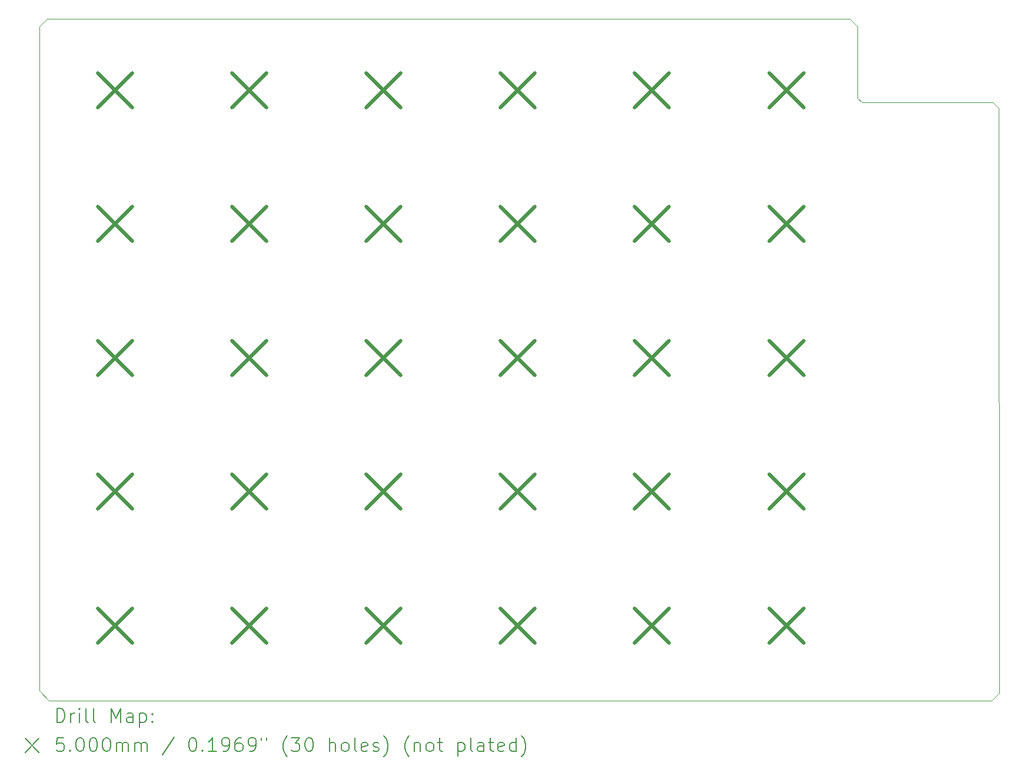
<source format=gbr>
%TF.GenerationSoftware,KiCad,Pcbnew,(6.0.8)*%
%TF.CreationDate,2023-02-14T18:00:57+07:00*%
%TF.ProjectId,dongle_256o,646f6e67-6c65-45f3-9235-366f2e6b6963,rev?*%
%TF.SameCoordinates,Original*%
%TF.FileFunction,Drillmap*%
%TF.FilePolarity,Positive*%
%FSLAX45Y45*%
G04 Gerber Fmt 4.5, Leading zero omitted, Abs format (unit mm)*
G04 Created by KiCad (PCBNEW (6.0.8)) date 2023-02-14 18:00:57*
%MOMM*%
%LPD*%
G01*
G04 APERTURE LIST*
%ADD10C,0.100000*%
%ADD11C,0.200000*%
%ADD12C,0.500000*%
G04 APERTURE END LIST*
D10*
X16510000Y-5295000D02*
X16595000Y-5380000D01*
X14451000Y-4092000D02*
X14562000Y-4203000D01*
X2791000Y-4201000D02*
X2796000Y-13763000D01*
X14562000Y-4203000D02*
X14562000Y-5232000D01*
X16600000Y-13790000D02*
X16491000Y-13899000D01*
X2932000Y-13899000D02*
X16491000Y-13899000D01*
X2796000Y-13763000D02*
X2932000Y-13899000D01*
X16595000Y-5380000D02*
X16600000Y-13790000D01*
X2900000Y-4092000D02*
X2791000Y-4201000D01*
X2900000Y-4092000D02*
X14451000Y-4092000D01*
X14625000Y-5295000D02*
X16510000Y-5295000D01*
X14562000Y-5232000D02*
X14625000Y-5295000D01*
D11*
D12*
X3627000Y-4865725D02*
X4127000Y-5365725D01*
X4127000Y-4865725D02*
X3627000Y-5365725D01*
X3627000Y-6792300D02*
X4127000Y-7292300D01*
X4127000Y-6792300D02*
X3627000Y-7292300D01*
X3627000Y-8718875D02*
X4127000Y-9218875D01*
X4127000Y-8718875D02*
X3627000Y-9218875D01*
X3627000Y-10645450D02*
X4127000Y-11145450D01*
X4127000Y-10645450D02*
X3627000Y-11145450D01*
X3627000Y-12572025D02*
X4127000Y-13072025D01*
X4127000Y-12572025D02*
X3627000Y-13072025D01*
X5559000Y-4865725D02*
X6059000Y-5365725D01*
X6059000Y-4865725D02*
X5559000Y-5365725D01*
X5559000Y-6792300D02*
X6059000Y-7292300D01*
X6059000Y-6792300D02*
X5559000Y-7292300D01*
X5559000Y-8718875D02*
X6059000Y-9218875D01*
X6059000Y-8718875D02*
X5559000Y-9218875D01*
X5559000Y-10645450D02*
X6059000Y-11145450D01*
X6059000Y-10645450D02*
X5559000Y-11145450D01*
X5559000Y-12572025D02*
X6059000Y-13072025D01*
X6059000Y-12572025D02*
X5559000Y-13072025D01*
X7491000Y-4865725D02*
X7991000Y-5365725D01*
X7991000Y-4865725D02*
X7491000Y-5365725D01*
X7491000Y-6792300D02*
X7991000Y-7292300D01*
X7991000Y-6792300D02*
X7491000Y-7292300D01*
X7491000Y-8718875D02*
X7991000Y-9218875D01*
X7991000Y-8718875D02*
X7491000Y-9218875D01*
X7491000Y-10645450D02*
X7991000Y-11145450D01*
X7991000Y-10645450D02*
X7491000Y-11145450D01*
X7491000Y-12572025D02*
X7991000Y-13072025D01*
X7991000Y-12572025D02*
X7491000Y-13072025D01*
X9423000Y-4865725D02*
X9923000Y-5365725D01*
X9923000Y-4865725D02*
X9423000Y-5365725D01*
X9423000Y-6792300D02*
X9923000Y-7292300D01*
X9923000Y-6792300D02*
X9423000Y-7292300D01*
X9423000Y-8718875D02*
X9923000Y-9218875D01*
X9923000Y-8718875D02*
X9423000Y-9218875D01*
X9423000Y-10645450D02*
X9923000Y-11145450D01*
X9923000Y-10645450D02*
X9423000Y-11145450D01*
X9423000Y-12572025D02*
X9923000Y-13072025D01*
X9923000Y-12572025D02*
X9423000Y-13072025D01*
X11355000Y-4865725D02*
X11855000Y-5365725D01*
X11855000Y-4865725D02*
X11355000Y-5365725D01*
X11355000Y-6792300D02*
X11855000Y-7292300D01*
X11855000Y-6792300D02*
X11355000Y-7292300D01*
X11355000Y-8718875D02*
X11855000Y-9218875D01*
X11855000Y-8718875D02*
X11355000Y-9218875D01*
X11355000Y-10645450D02*
X11855000Y-11145450D01*
X11855000Y-10645450D02*
X11355000Y-11145450D01*
X11355000Y-12572025D02*
X11855000Y-13072025D01*
X11855000Y-12572025D02*
X11355000Y-13072025D01*
X13287000Y-4865725D02*
X13787000Y-5365725D01*
X13787000Y-4865725D02*
X13287000Y-5365725D01*
X13287000Y-6792300D02*
X13787000Y-7292300D01*
X13787000Y-6792300D02*
X13287000Y-7292300D01*
X13287000Y-8718875D02*
X13787000Y-9218875D01*
X13787000Y-8718875D02*
X13287000Y-9218875D01*
X13287000Y-10645450D02*
X13787000Y-11145450D01*
X13787000Y-10645450D02*
X13287000Y-11145450D01*
X13287000Y-12572025D02*
X13787000Y-13072025D01*
X13787000Y-12572025D02*
X13287000Y-13072025D01*
D11*
X3043619Y-14214476D02*
X3043619Y-14014476D01*
X3091238Y-14014476D01*
X3119809Y-14024000D01*
X3138857Y-14043048D01*
X3148381Y-14062095D01*
X3157905Y-14100190D01*
X3157905Y-14128762D01*
X3148381Y-14166857D01*
X3138857Y-14185905D01*
X3119809Y-14204952D01*
X3091238Y-14214476D01*
X3043619Y-14214476D01*
X3243619Y-14214476D02*
X3243619Y-14081143D01*
X3243619Y-14119238D02*
X3253143Y-14100190D01*
X3262667Y-14090667D01*
X3281714Y-14081143D01*
X3300762Y-14081143D01*
X3367428Y-14214476D02*
X3367428Y-14081143D01*
X3367428Y-14014476D02*
X3357905Y-14024000D01*
X3367428Y-14033524D01*
X3376952Y-14024000D01*
X3367428Y-14014476D01*
X3367428Y-14033524D01*
X3491238Y-14214476D02*
X3472190Y-14204952D01*
X3462667Y-14185905D01*
X3462667Y-14014476D01*
X3596000Y-14214476D02*
X3576952Y-14204952D01*
X3567428Y-14185905D01*
X3567428Y-14014476D01*
X3824571Y-14214476D02*
X3824571Y-14014476D01*
X3891238Y-14157333D01*
X3957905Y-14014476D01*
X3957905Y-14214476D01*
X4138857Y-14214476D02*
X4138857Y-14109714D01*
X4129333Y-14090667D01*
X4110286Y-14081143D01*
X4072190Y-14081143D01*
X4053143Y-14090667D01*
X4138857Y-14204952D02*
X4119809Y-14214476D01*
X4072190Y-14214476D01*
X4053143Y-14204952D01*
X4043619Y-14185905D01*
X4043619Y-14166857D01*
X4053143Y-14147809D01*
X4072190Y-14138286D01*
X4119809Y-14138286D01*
X4138857Y-14128762D01*
X4234095Y-14081143D02*
X4234095Y-14281143D01*
X4234095Y-14090667D02*
X4253143Y-14081143D01*
X4291238Y-14081143D01*
X4310286Y-14090667D01*
X4319810Y-14100190D01*
X4329333Y-14119238D01*
X4329333Y-14176381D01*
X4319810Y-14195428D01*
X4310286Y-14204952D01*
X4291238Y-14214476D01*
X4253143Y-14214476D01*
X4234095Y-14204952D01*
X4415048Y-14195428D02*
X4424571Y-14204952D01*
X4415048Y-14214476D01*
X4405524Y-14204952D01*
X4415048Y-14195428D01*
X4415048Y-14214476D01*
X4415048Y-14090667D02*
X4424571Y-14100190D01*
X4415048Y-14109714D01*
X4405524Y-14100190D01*
X4415048Y-14090667D01*
X4415048Y-14109714D01*
X2586000Y-14444000D02*
X2786000Y-14644000D01*
X2786000Y-14444000D02*
X2586000Y-14644000D01*
X3138857Y-14434476D02*
X3043619Y-14434476D01*
X3034095Y-14529714D01*
X3043619Y-14520190D01*
X3062667Y-14510667D01*
X3110286Y-14510667D01*
X3129333Y-14520190D01*
X3138857Y-14529714D01*
X3148381Y-14548762D01*
X3148381Y-14596381D01*
X3138857Y-14615428D01*
X3129333Y-14624952D01*
X3110286Y-14634476D01*
X3062667Y-14634476D01*
X3043619Y-14624952D01*
X3034095Y-14615428D01*
X3234095Y-14615428D02*
X3243619Y-14624952D01*
X3234095Y-14634476D01*
X3224571Y-14624952D01*
X3234095Y-14615428D01*
X3234095Y-14634476D01*
X3367428Y-14434476D02*
X3386476Y-14434476D01*
X3405524Y-14444000D01*
X3415048Y-14453524D01*
X3424571Y-14472571D01*
X3434095Y-14510667D01*
X3434095Y-14558286D01*
X3424571Y-14596381D01*
X3415048Y-14615428D01*
X3405524Y-14624952D01*
X3386476Y-14634476D01*
X3367428Y-14634476D01*
X3348381Y-14624952D01*
X3338857Y-14615428D01*
X3329333Y-14596381D01*
X3319809Y-14558286D01*
X3319809Y-14510667D01*
X3329333Y-14472571D01*
X3338857Y-14453524D01*
X3348381Y-14444000D01*
X3367428Y-14434476D01*
X3557905Y-14434476D02*
X3576952Y-14434476D01*
X3596000Y-14444000D01*
X3605524Y-14453524D01*
X3615048Y-14472571D01*
X3624571Y-14510667D01*
X3624571Y-14558286D01*
X3615048Y-14596381D01*
X3605524Y-14615428D01*
X3596000Y-14624952D01*
X3576952Y-14634476D01*
X3557905Y-14634476D01*
X3538857Y-14624952D01*
X3529333Y-14615428D01*
X3519809Y-14596381D01*
X3510286Y-14558286D01*
X3510286Y-14510667D01*
X3519809Y-14472571D01*
X3529333Y-14453524D01*
X3538857Y-14444000D01*
X3557905Y-14434476D01*
X3748381Y-14434476D02*
X3767428Y-14434476D01*
X3786476Y-14444000D01*
X3796000Y-14453524D01*
X3805524Y-14472571D01*
X3815048Y-14510667D01*
X3815048Y-14558286D01*
X3805524Y-14596381D01*
X3796000Y-14615428D01*
X3786476Y-14624952D01*
X3767428Y-14634476D01*
X3748381Y-14634476D01*
X3729333Y-14624952D01*
X3719809Y-14615428D01*
X3710286Y-14596381D01*
X3700762Y-14558286D01*
X3700762Y-14510667D01*
X3710286Y-14472571D01*
X3719809Y-14453524D01*
X3729333Y-14444000D01*
X3748381Y-14434476D01*
X3900762Y-14634476D02*
X3900762Y-14501143D01*
X3900762Y-14520190D02*
X3910286Y-14510667D01*
X3929333Y-14501143D01*
X3957905Y-14501143D01*
X3976952Y-14510667D01*
X3986476Y-14529714D01*
X3986476Y-14634476D01*
X3986476Y-14529714D02*
X3996000Y-14510667D01*
X4015048Y-14501143D01*
X4043619Y-14501143D01*
X4062667Y-14510667D01*
X4072190Y-14529714D01*
X4072190Y-14634476D01*
X4167428Y-14634476D02*
X4167428Y-14501143D01*
X4167428Y-14520190D02*
X4176952Y-14510667D01*
X4196000Y-14501143D01*
X4224571Y-14501143D01*
X4243619Y-14510667D01*
X4253143Y-14529714D01*
X4253143Y-14634476D01*
X4253143Y-14529714D02*
X4262667Y-14510667D01*
X4281714Y-14501143D01*
X4310286Y-14501143D01*
X4329333Y-14510667D01*
X4338857Y-14529714D01*
X4338857Y-14634476D01*
X4729333Y-14424952D02*
X4557905Y-14682095D01*
X4986476Y-14434476D02*
X5005524Y-14434476D01*
X5024571Y-14444000D01*
X5034095Y-14453524D01*
X5043619Y-14472571D01*
X5053143Y-14510667D01*
X5053143Y-14558286D01*
X5043619Y-14596381D01*
X5034095Y-14615428D01*
X5024571Y-14624952D01*
X5005524Y-14634476D01*
X4986476Y-14634476D01*
X4967429Y-14624952D01*
X4957905Y-14615428D01*
X4948381Y-14596381D01*
X4938857Y-14558286D01*
X4938857Y-14510667D01*
X4948381Y-14472571D01*
X4957905Y-14453524D01*
X4967429Y-14444000D01*
X4986476Y-14434476D01*
X5138857Y-14615428D02*
X5148381Y-14624952D01*
X5138857Y-14634476D01*
X5129333Y-14624952D01*
X5138857Y-14615428D01*
X5138857Y-14634476D01*
X5338857Y-14634476D02*
X5224571Y-14634476D01*
X5281714Y-14634476D02*
X5281714Y-14434476D01*
X5262667Y-14463048D01*
X5243619Y-14482095D01*
X5224571Y-14491619D01*
X5434095Y-14634476D02*
X5472190Y-14634476D01*
X5491238Y-14624952D01*
X5500762Y-14615428D01*
X5519810Y-14586857D01*
X5529333Y-14548762D01*
X5529333Y-14472571D01*
X5519810Y-14453524D01*
X5510286Y-14444000D01*
X5491238Y-14434476D01*
X5453143Y-14434476D01*
X5434095Y-14444000D01*
X5424571Y-14453524D01*
X5415048Y-14472571D01*
X5415048Y-14520190D01*
X5424571Y-14539238D01*
X5434095Y-14548762D01*
X5453143Y-14558286D01*
X5491238Y-14558286D01*
X5510286Y-14548762D01*
X5519810Y-14539238D01*
X5529333Y-14520190D01*
X5700762Y-14434476D02*
X5662667Y-14434476D01*
X5643619Y-14444000D01*
X5634095Y-14453524D01*
X5615048Y-14482095D01*
X5605524Y-14520190D01*
X5605524Y-14596381D01*
X5615048Y-14615428D01*
X5624571Y-14624952D01*
X5643619Y-14634476D01*
X5681714Y-14634476D01*
X5700762Y-14624952D01*
X5710286Y-14615428D01*
X5719809Y-14596381D01*
X5719809Y-14548762D01*
X5710286Y-14529714D01*
X5700762Y-14520190D01*
X5681714Y-14510667D01*
X5643619Y-14510667D01*
X5624571Y-14520190D01*
X5615048Y-14529714D01*
X5605524Y-14548762D01*
X5815048Y-14634476D02*
X5853143Y-14634476D01*
X5872190Y-14624952D01*
X5881714Y-14615428D01*
X5900762Y-14586857D01*
X5910286Y-14548762D01*
X5910286Y-14472571D01*
X5900762Y-14453524D01*
X5891238Y-14444000D01*
X5872190Y-14434476D01*
X5834095Y-14434476D01*
X5815048Y-14444000D01*
X5805524Y-14453524D01*
X5796000Y-14472571D01*
X5796000Y-14520190D01*
X5805524Y-14539238D01*
X5815048Y-14548762D01*
X5834095Y-14558286D01*
X5872190Y-14558286D01*
X5891238Y-14548762D01*
X5900762Y-14539238D01*
X5910286Y-14520190D01*
X5986476Y-14434476D02*
X5986476Y-14472571D01*
X6062667Y-14434476D02*
X6062667Y-14472571D01*
X6357905Y-14710667D02*
X6348381Y-14701143D01*
X6329333Y-14672571D01*
X6319809Y-14653524D01*
X6310286Y-14624952D01*
X6300762Y-14577333D01*
X6300762Y-14539238D01*
X6310286Y-14491619D01*
X6319809Y-14463048D01*
X6329333Y-14444000D01*
X6348381Y-14415428D01*
X6357905Y-14405905D01*
X6415048Y-14434476D02*
X6538857Y-14434476D01*
X6472190Y-14510667D01*
X6500762Y-14510667D01*
X6519809Y-14520190D01*
X6529333Y-14529714D01*
X6538857Y-14548762D01*
X6538857Y-14596381D01*
X6529333Y-14615428D01*
X6519809Y-14624952D01*
X6500762Y-14634476D01*
X6443619Y-14634476D01*
X6424571Y-14624952D01*
X6415048Y-14615428D01*
X6662667Y-14434476D02*
X6681714Y-14434476D01*
X6700762Y-14444000D01*
X6710286Y-14453524D01*
X6719809Y-14472571D01*
X6729333Y-14510667D01*
X6729333Y-14558286D01*
X6719809Y-14596381D01*
X6710286Y-14615428D01*
X6700762Y-14624952D01*
X6681714Y-14634476D01*
X6662667Y-14634476D01*
X6643619Y-14624952D01*
X6634095Y-14615428D01*
X6624571Y-14596381D01*
X6615048Y-14558286D01*
X6615048Y-14510667D01*
X6624571Y-14472571D01*
X6634095Y-14453524D01*
X6643619Y-14444000D01*
X6662667Y-14434476D01*
X6967428Y-14634476D02*
X6967428Y-14434476D01*
X7053143Y-14634476D02*
X7053143Y-14529714D01*
X7043619Y-14510667D01*
X7024571Y-14501143D01*
X6996000Y-14501143D01*
X6976952Y-14510667D01*
X6967428Y-14520190D01*
X7176952Y-14634476D02*
X7157905Y-14624952D01*
X7148381Y-14615428D01*
X7138857Y-14596381D01*
X7138857Y-14539238D01*
X7148381Y-14520190D01*
X7157905Y-14510667D01*
X7176952Y-14501143D01*
X7205524Y-14501143D01*
X7224571Y-14510667D01*
X7234095Y-14520190D01*
X7243619Y-14539238D01*
X7243619Y-14596381D01*
X7234095Y-14615428D01*
X7224571Y-14624952D01*
X7205524Y-14634476D01*
X7176952Y-14634476D01*
X7357905Y-14634476D02*
X7338857Y-14624952D01*
X7329333Y-14605905D01*
X7329333Y-14434476D01*
X7510286Y-14624952D02*
X7491238Y-14634476D01*
X7453143Y-14634476D01*
X7434095Y-14624952D01*
X7424571Y-14605905D01*
X7424571Y-14529714D01*
X7434095Y-14510667D01*
X7453143Y-14501143D01*
X7491238Y-14501143D01*
X7510286Y-14510667D01*
X7519809Y-14529714D01*
X7519809Y-14548762D01*
X7424571Y-14567809D01*
X7596000Y-14624952D02*
X7615048Y-14634476D01*
X7653143Y-14634476D01*
X7672190Y-14624952D01*
X7681714Y-14605905D01*
X7681714Y-14596381D01*
X7672190Y-14577333D01*
X7653143Y-14567809D01*
X7624571Y-14567809D01*
X7605524Y-14558286D01*
X7596000Y-14539238D01*
X7596000Y-14529714D01*
X7605524Y-14510667D01*
X7624571Y-14501143D01*
X7653143Y-14501143D01*
X7672190Y-14510667D01*
X7748381Y-14710667D02*
X7757905Y-14701143D01*
X7776952Y-14672571D01*
X7786476Y-14653524D01*
X7796000Y-14624952D01*
X7805524Y-14577333D01*
X7805524Y-14539238D01*
X7796000Y-14491619D01*
X7786476Y-14463048D01*
X7776952Y-14444000D01*
X7757905Y-14415428D01*
X7748381Y-14405905D01*
X8110286Y-14710667D02*
X8100762Y-14701143D01*
X8081714Y-14672571D01*
X8072190Y-14653524D01*
X8062667Y-14624952D01*
X8053143Y-14577333D01*
X8053143Y-14539238D01*
X8062667Y-14491619D01*
X8072190Y-14463048D01*
X8081714Y-14444000D01*
X8100762Y-14415428D01*
X8110286Y-14405905D01*
X8186476Y-14501143D02*
X8186476Y-14634476D01*
X8186476Y-14520190D02*
X8196000Y-14510667D01*
X8215048Y-14501143D01*
X8243619Y-14501143D01*
X8262667Y-14510667D01*
X8272190Y-14529714D01*
X8272190Y-14634476D01*
X8396000Y-14634476D02*
X8376952Y-14624952D01*
X8367428Y-14615428D01*
X8357905Y-14596381D01*
X8357905Y-14539238D01*
X8367428Y-14520190D01*
X8376952Y-14510667D01*
X8396000Y-14501143D01*
X8424571Y-14501143D01*
X8443619Y-14510667D01*
X8453143Y-14520190D01*
X8462667Y-14539238D01*
X8462667Y-14596381D01*
X8453143Y-14615428D01*
X8443619Y-14624952D01*
X8424571Y-14634476D01*
X8396000Y-14634476D01*
X8519810Y-14501143D02*
X8596000Y-14501143D01*
X8548381Y-14434476D02*
X8548381Y-14605905D01*
X8557905Y-14624952D01*
X8576952Y-14634476D01*
X8596000Y-14634476D01*
X8815048Y-14501143D02*
X8815048Y-14701143D01*
X8815048Y-14510667D02*
X8834095Y-14501143D01*
X8872190Y-14501143D01*
X8891238Y-14510667D01*
X8900762Y-14520190D01*
X8910286Y-14539238D01*
X8910286Y-14596381D01*
X8900762Y-14615428D01*
X8891238Y-14624952D01*
X8872190Y-14634476D01*
X8834095Y-14634476D01*
X8815048Y-14624952D01*
X9024571Y-14634476D02*
X9005524Y-14624952D01*
X8996000Y-14605905D01*
X8996000Y-14434476D01*
X9186476Y-14634476D02*
X9186476Y-14529714D01*
X9176952Y-14510667D01*
X9157905Y-14501143D01*
X9119810Y-14501143D01*
X9100762Y-14510667D01*
X9186476Y-14624952D02*
X9167429Y-14634476D01*
X9119810Y-14634476D01*
X9100762Y-14624952D01*
X9091238Y-14605905D01*
X9091238Y-14586857D01*
X9100762Y-14567809D01*
X9119810Y-14558286D01*
X9167429Y-14558286D01*
X9186476Y-14548762D01*
X9253143Y-14501143D02*
X9329333Y-14501143D01*
X9281714Y-14434476D02*
X9281714Y-14605905D01*
X9291238Y-14624952D01*
X9310286Y-14634476D01*
X9329333Y-14634476D01*
X9472190Y-14624952D02*
X9453143Y-14634476D01*
X9415048Y-14634476D01*
X9396000Y-14624952D01*
X9386476Y-14605905D01*
X9386476Y-14529714D01*
X9396000Y-14510667D01*
X9415048Y-14501143D01*
X9453143Y-14501143D01*
X9472190Y-14510667D01*
X9481714Y-14529714D01*
X9481714Y-14548762D01*
X9386476Y-14567809D01*
X9653143Y-14634476D02*
X9653143Y-14434476D01*
X9653143Y-14624952D02*
X9634095Y-14634476D01*
X9596000Y-14634476D01*
X9576952Y-14624952D01*
X9567429Y-14615428D01*
X9557905Y-14596381D01*
X9557905Y-14539238D01*
X9567429Y-14520190D01*
X9576952Y-14510667D01*
X9596000Y-14501143D01*
X9634095Y-14501143D01*
X9653143Y-14510667D01*
X9729333Y-14710667D02*
X9738857Y-14701143D01*
X9757905Y-14672571D01*
X9767429Y-14653524D01*
X9776952Y-14624952D01*
X9786476Y-14577333D01*
X9786476Y-14539238D01*
X9776952Y-14491619D01*
X9767429Y-14463048D01*
X9757905Y-14444000D01*
X9738857Y-14415428D01*
X9729333Y-14405905D01*
M02*

</source>
